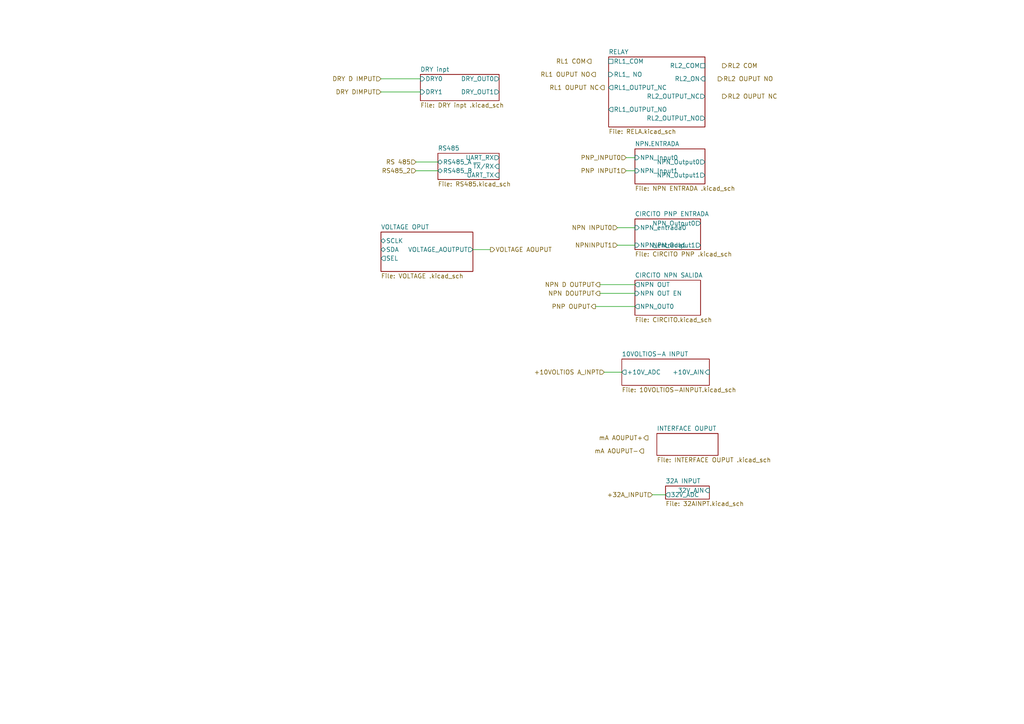
<source format=kicad_sch>
(kicad_sch
	(version 20250114)
	(generator "eeschema")
	(generator_version "9.0")
	(uuid "5f44e8b9-ac3c-412d-a0c5-f5ef20038034")
	(paper "A4")
	(lib_symbols)
	(wire
		(pts
			(xy 175.26 107.95) (xy 180.34 107.95)
		)
		(stroke
			(width 0)
			(type default)
		)
		(uuid "1121c936-2454-4dad-acda-a1c9d9c676ea")
	)
	(wire
		(pts
			(xy 120.65 49.53) (xy 127 49.53)
		)
		(stroke
			(width 0)
			(type default)
		)
		(uuid "15a78486-2bf0-43e3-9395-0e879c4a760f")
	)
	(wire
		(pts
			(xy 173.99 82.55) (xy 184.15 82.55)
		)
		(stroke
			(width 0)
			(type default)
		)
		(uuid "354ce49e-583c-41a9-a2ea-6b15765056dc")
	)
	(wire
		(pts
			(xy 189.23 143.51) (xy 193.04 143.51)
		)
		(stroke
			(width 0)
			(type default)
		)
		(uuid "3ae6fda5-9383-42cc-9a8f-ba4291118774")
	)
	(wire
		(pts
			(xy 120.65 46.99) (xy 127 46.99)
		)
		(stroke
			(width 0)
			(type default)
		)
		(uuid "3c827734-27b6-4ef6-a34d-c6563359a807")
	)
	(wire
		(pts
			(xy 181.61 49.53) (xy 184.15 49.53)
		)
		(stroke
			(width 0)
			(type default)
		)
		(uuid "4128eaa3-1a2f-4219-86a4-39a802e42b76")
	)
	(wire
		(pts
			(xy 137.16 72.39) (xy 142.24 72.39)
		)
		(stroke
			(width 0)
			(type default)
		)
		(uuid "4a4deb17-1159-4fdf-8868-31b8505574b4")
	)
	(wire
		(pts
			(xy 179.07 66.04) (xy 184.15 66.04)
		)
		(stroke
			(width 0)
			(type default)
		)
		(uuid "b19ea9dd-b54b-4dfb-be34-fcb94ede5186")
	)
	(wire
		(pts
			(xy 179.07 71.12) (xy 184.15 71.12)
		)
		(stroke
			(width 0)
			(type default)
		)
		(uuid "bab332f8-212c-448b-b327-a9ea1b75fd0b")
	)
	(wire
		(pts
			(xy 110.49 26.67) (xy 121.92 26.67)
		)
		(stroke
			(width 0)
			(type default)
		)
		(uuid "ccddb864-77ff-418f-bb83-63bfbdb89a3c")
	)
	(wire
		(pts
			(xy 181.61 45.72) (xy 184.15 45.72)
		)
		(stroke
			(width 0)
			(type default)
		)
		(uuid "d0159397-0374-4454-8ab1-1da72859c082")
	)
	(wire
		(pts
			(xy 110.49 22.86) (xy 121.92 22.86)
		)
		(stroke
			(width 0)
			(type default)
		)
		(uuid "de8bd9bb-0872-4e6a-8553-7d501357dab7")
	)
	(wire
		(pts
			(xy 173.99 85.09) (xy 184.15 85.09)
		)
		(stroke
			(width 0)
			(type default)
		)
		(uuid "e6d3b461-cd0f-4ea4-8688-ec1ab8e221af")
	)
	(wire
		(pts
			(xy 172.72 88.9) (xy 184.15 88.9)
		)
		(stroke
			(width 0)
			(type default)
		)
		(uuid "ecd94ff3-37be-4ac9-98b6-fc01d0debf9e")
	)
	(hierarchical_label "+32A­­­_INPUT"
		(shape input)
		(at 189.23 143.51 180)
		(effects
			(font
				(size 1.27 1.27)
			)
			(justify right)
		)
		(uuid "0bd4d9f4-ea3d-4ed0-9ce2-f50bd741fc27")
	)
	(hierarchical_label "mA AOUPUT+"
		(shape output)
		(at 187.96 127 180)
		(effects
			(font
				(size 1.27 1.27)
			)
			(justify right)
		)
		(uuid "113f7e10-bed0-40e3-b09a-cb94c0a6041c")
	)
	(hierarchical_label "PNP INPUT1"
		(shape input)
		(at 181.61 49.53 180)
		(effects
			(font
				(size 1.27 1.27)
			)
			(justify right)
		)
		(uuid "15a30110-248d-4cff-888c-b5489bd5b9b6")
	)
	(hierarchical_label "mA AOUPUT-"
		(shape output)
		(at 186.69 130.81 180)
		(effects
			(font
				(size 1.27 1.27)
			)
			(justify right)
		)
		(uuid "1cb1204d-97c3-417d-8e49-e30513365657")
	)
	(hierarchical_label "NPNINPUT1"
		(shape input)
		(at 179.07 71.12 180)
		(effects
			(font
				(size 1.27 1.27)
			)
			(justify right)
		)
		(uuid "2d8c5ac6-f5ee-4bf7-b455-a795b7ced41f")
	)
	(hierarchical_label "DRY DIMPUT"
		(shape input)
		(at 110.49 26.67 180)
		(effects
			(font
				(size 1.27 1.27)
			)
			(justify right)
		)
		(uuid "399bd328-ae80-423a-b335-9080bf615ed5")
	)
	(hierarchical_label "VOLTAGE AOUPUT"
		(shape output)
		(at 142.24 72.39 0)
		(effects
			(font
				(size 1.27 1.27)
			)
			(justify left)
		)
		(uuid "3d63dd72-5b38-4c4c-8ee5-6582fbccbf07")
	)
	(hierarchical_label "RL1 OUPUT NO"
		(shape output)
		(at 172.72 21.59 180)
		(effects
			(font
				(size 1.27 1.27)
			)
			(justify right)
		)
		(uuid "44d1cf0a-2f44-4d67-813c-a5135fe9139d")
	)
	(hierarchical_label "DRY D IMPUT"
		(shape input)
		(at 110.49 22.86 180)
		(effects
			(font
				(size 1.27 1.27)
			)
			(justify right)
		)
		(uuid "62a1b229-81ef-4d23-bfdd-29b7738234c8")
	)
	(hierarchical_label "RS 485"
		(shape input)
		(at 120.65 46.99 180)
		(effects
			(font
				(size 1.27 1.27)
			)
			(justify right)
		)
		(uuid "70f82a40-69a0-47d6-9372-54a03bb196a9")
	)
	(hierarchical_label "RS485_2"
		(shape input)
		(at 120.65 49.53 180)
		(effects
			(font
				(size 1.27 1.27)
			)
			(justify right)
		)
		(uuid "7c1c35b9-acf4-42e9-9535-79c472dccb22")
	)
	(hierarchical_label "PNP_INPUT0"
		(shape input)
		(at 181.61 45.72 180)
		(effects
			(font
				(size 1.27 1.27)
			)
			(justify right)
		)
		(uuid "7d463a24-f142-4ce1-844d-52b62f681a4a")
	)
	(hierarchical_label "RL2 COM"
		(shape output)
		(at 209.55 19.05 0)
		(effects
			(font
				(size 1.27 1.27)
			)
			(justify left)
		)
		(uuid "7ea6347b-3674-45ad-bc56-fd93603661f3")
	)
	(hierarchical_label "PNP OUPUT"
		(shape output)
		(at 172.72 88.9 180)
		(effects
			(font
				(size 1.27 1.27)
			)
			(justify right)
		)
		(uuid "8f0a59d0-a54e-4436-8136-a9a6163527b4")
	)
	(hierarchical_label "RL2 OUPUT NC"
		(shape output)
		(at 209.55 27.94 0)
		(effects
			(font
				(size 1.27 1.27)
			)
			(justify left)
		)
		(uuid "8f72ae58-ba12-4767-adfa-1b1d1f5f1834")
	)
	(hierarchical_label "NPN D OUTPUT"
		(shape output)
		(at 173.99 82.55 180)
		(effects
			(font
				(size 1.27 1.27)
			)
			(justify right)
		)
		(uuid "9aadec75-712c-4b4f-b650-9d30297a389b")
	)
	(hierarchical_label "RL1 COM"
		(shape output)
		(at 171.45 17.78 180)
		(effects
			(font
				(size 1.27 1.27)
			)
			(justify right)
		)
		(uuid "a1bae109-48d4-4ed1-b64e-d9d269160c9c")
	)
	(hierarchical_label "NPN INPUT0"
		(shape input)
		(at 179.07 66.04 180)
		(effects
			(font
				(size 1.27 1.27)
			)
			(justify right)
		)
		(uuid "cfb0462f-afe6-4524-ba51-2d93a0bf8b0c")
	)
	(hierarchical_label "NPN DOUTPUT"
		(shape output)
		(at 173.99 85.09 180)
		(effects
			(font
				(size 1.27 1.27)
			)
			(justify right)
		)
		(uuid "e3efe2f1-61ee-4353-8d87-2836ee8498f6")
	)
	(hierarchical_label "+10VOLTIOS A_INPT"
		(shape input)
		(at 175.26 107.95 180)
		(effects
			(font
				(size 1.27 1.27)
			)
			(justify right)
		)
		(uuid "eeb93388-36a9-47df-9bd6-b694573bd39a")
	)
	(hierarchical_label "RL1 OUPUT NC"
		(shape output)
		(at 175.26 25.4 180)
		(effects
			(font
				(size 1.27 1.27)
			)
			(justify right)
		)
		(uuid "f485108e-c115-4514-845c-ab71c6f4927f")
	)
	(hierarchical_label "RL2 OUPUT NO"
		(shape output)
		(at 208.28 22.86 0)
		(effects
			(font
				(size 1.27 1.27)
			)
			(justify left)
		)
		(uuid "f886ad01-89ce-49a6-997a-8c7f2bc92da5")
	)
	(sheet
		(at 184.15 63.5)
		(size 19.05 8.89)
		(exclude_from_sim no)
		(in_bom yes)
		(on_board yes)
		(dnp no)
		(fields_autoplaced yes)
		(stroke
			(width 0.1524)
			(type solid)
		)
		(fill
			(color 0 0 0 0.0000)
		)
		(uuid "0b840e84-445f-4269-8e34-2f6e940196f6")
		(property "Sheetname" "CIRCITO PNP ENTRADA"
			(at 184.15 62.7884 0)
			(effects
				(font
					(size 1.27 1.27)
				)
				(justify left bottom)
			)
		)
		(property "Sheetfile" "CIRCITO PNP .kicad_sch"
			(at 184.15 72.9746 0)
			(effects
				(font
					(size 1.27 1.27)
				)
				(justify left top)
			)
		)
		(pin "NPN_entrada0" input
			(at 184.15 66.04 180)
			(uuid "0dd42933-ed35-4130-a763-8a2534999b14")
			(effects
				(font
					(size 1.27 1.27)
				)
				(justify left)
			)
		)
		(pin "NPN_Output0" output
			(at 203.2 64.77 0)
			(uuid "29c2f57c-ee7b-426f-aceb-fb223b7fdc83")
			(effects
				(font
					(size 1.27 1.27)
				)
				(justify right)
			)
		)
		(pin "NPN_Output1" output
			(at 203.2 71.12 0)
			(uuid "3b0ee68b-35cb-482e-a31a-eb51f3af9ba0")
			(effects
				(font
					(size 1.27 1.27)
				)
				(justify right)
			)
		)
		(pin "NPN_entrada1" input
			(at 184.15 71.12 180)
			(uuid "26b80cde-5d3f-4df2-922c-3be865006e46")
			(effects
				(font
					(size 1.27 1.27)
				)
				(justify left)
			)
		)
		(instances
			(project "NIVARA"
				(path "/ff64f013-32cc-4b27-a03f-45a540688198/1d6a0d55-124c-4c27-8d03-8c1521f03c11"
					(page "4")
				)
			)
		)
	)
	(sheet
		(at 176.53 16.51)
		(size 27.94 20.32)
		(exclude_from_sim no)
		(in_bom yes)
		(on_board yes)
		(dnp no)
		(fields_autoplaced yes)
		(stroke
			(width 0.1524)
			(type solid)
		)
		(fill
			(color 0 0 0 0.0000)
		)
		(uuid "2b55c211-9cc0-461a-b9d9-533121d6e5f0")
		(property "Sheetname" "RELAY"
			(at 176.53 15.7984 0)
			(effects
				(font
					(size 1.27 1.27)
				)
				(justify left bottom)
			)
		)
		(property "Sheetfile" "RELA.kicad_sch"
			(at 176.53 37.4146 0)
			(effects
				(font
					(size 1.27 1.27)
				)
				(justify left top)
			)
		)
		(pin "RL1_COM" passive
			(at 176.53 17.78 180)
			(uuid "42d3d2c8-fe90-47db-b860-e6937274c9b5")
			(effects
				(font
					(size 1.27 1.27)
				)
				(justify left)
			)
		)
		(pin "RL1_ NO" input
			(at 176.53 21.59 180)
			(uuid "5bb865a4-25e3-4535-a2c3-e921e1e1e7d7")
			(effects
				(font
					(size 1.27 1.27)
				)
				(justify left)
			)
		)
		(pin "RL1_OUTPUT_NC" output
			(at 176.53 25.4 180)
			(uuid "895124eb-aad4-4b5a-8c61-6f68d9c73da3")
			(effects
				(font
					(size 1.27 1.27)
				)
				(justify left)
			)
		)
		(pin "RL1_OUTPUT_NO" output
			(at 176.53 31.75 180)
			(uuid "11d1699b-7b99-40e7-a8a5-1872233ef85d")
			(effects
				(font
					(size 1.27 1.27)
				)
				(justify left)
			)
		)
		(pin "RL2_COM" passive
			(at 204.47 19.05 0)
			(uuid "4d3295d6-a07e-45d0-a370-1854e56eb190")
			(effects
				(font
					(size 1.27 1.27)
				)
				(justify right)
			)
		)
		(pin "RL2_ON" input
			(at 204.47 22.86 0)
			(uuid "e4f77a0c-e255-4027-b13d-e0469c92e548")
			(effects
				(font
					(size 1.27 1.27)
				)
				(justify right)
			)
		)
		(pin "RL2_OUTPUT_NC" output
			(at 204.47 27.94 0)
			(uuid "2aa536ee-6088-4cb0-9f01-9ca466465899")
			(effects
				(font
					(size 1.27 1.27)
				)
				(justify right)
			)
		)
		(pin "RL2_OUTPUT_NO" output
			(at 204.47 34.29 0)
			(uuid "bb4b808e-88dc-4440-a233-e6aa6b18201f")
			(effects
				(font
					(size 1.27 1.27)
				)
				(justify right)
			)
		)
		(instances
			(project "NIVARA"
				(path "/ff64f013-32cc-4b27-a03f-45a540688198/1d6a0d55-124c-4c27-8d03-8c1521f03c11"
					(page "9")
				)
			)
		)
	)
	(sheet
		(at 180.34 104.14)
		(size 25.4 7.62)
		(exclude_from_sim no)
		(in_bom yes)
		(on_board yes)
		(dnp no)
		(fields_autoplaced yes)
		(stroke
			(width 0.1524)
			(type solid)
		)
		(fill
			(color 0 0 0 0.0000)
		)
		(uuid "30d5cb36-de6c-4949-a446-305c5d149a76")
		(property "Sheetname" "10VOLTIOS-A INPUT"
			(at 180.34 103.4284 0)
			(effects
				(font
					(size 1.27 1.27)
				)
				(justify left bottom)
			)
		)
		(property "Sheetfile" "10VOLTIOS-AINPUT.kicad_sch"
			(at 180.34 112.3446 0)
			(effects
				(font
					(size 1.27 1.27)
				)
				(justify left top)
			)
		)
		(pin "+10V_ADC" output
			(at 180.34 107.95 180)
			(uuid "c1dc0e2c-59de-4d8d-bb2b-883dc650fee3")
			(effects
				(font
					(size 1.27 1.27)
				)
				(justify left)
			)
		)
		(pin "+10V_AIN" input
			(at 205.74 107.95 0)
			(uuid "9045d05f-49b5-4354-b518-aea4548b3115")
			(effects
				(font
					(size 1.27 1.27)
				)
				(justify right)
			)
		)
		(instances
			(project "NIVARA"
				(path "/ff64f013-32cc-4b27-a03f-45a540688198/1d6a0d55-124c-4c27-8d03-8c1521f03c11"
					(page "6")
				)
			)
		)
	)
	(sheet
		(at 193.04 140.97)
		(size 12.7 3.81)
		(exclude_from_sim no)
		(in_bom yes)
		(on_board yes)
		(dnp no)
		(fields_autoplaced yes)
		(stroke
			(width 0.1524)
			(type solid)
		)
		(fill
			(color 0 0 0 0.0000)
		)
		(uuid "52db6a60-3bfc-4338-8bb3-9dfeda96bef5")
		(property "Sheetname" "32A INPUT"
			(at 193.04 140.2584 0)
			(effects
				(font
					(size 1.27 1.27)
				)
				(justify left bottom)
			)
		)
		(property "Sheetfile" "32AINPT.kicad_sch"
			(at 193.04 145.3646 0)
			(effects
				(font
					(size 1.27 1.27)
				)
				(justify left top)
			)
		)
		(pin "32V_ADC" output
			(at 193.04 143.51 180)
			(uuid "f52cf6d5-d07e-437f-9886-d85a45e441e4")
			(effects
				(font
					(size 1.27 1.27)
				)
				(justify left)
			)
		)
		(pin "32V_AIN" input
			(at 205.74 142.24 0)
			(uuid "45a095ea-f5cb-4107-a58c-cfd95cda07fe")
			(effects
				(font
					(size 1.27 1.27)
				)
				(justify right)
			)
		)
		(instances
			(project "NIVARA"
				(path "/ff64f013-32cc-4b27-a03f-45a540688198/1d6a0d55-124c-4c27-8d03-8c1521f03c11"
					(page "8")
				)
			)
		)
	)
	(sheet
		(at 190.5 125.73)
		(size 17.78 6.35)
		(exclude_from_sim no)
		(in_bom yes)
		(on_board yes)
		(dnp no)
		(fields_autoplaced yes)
		(stroke
			(width 0.1524)
			(type solid)
		)
		(fill
			(color 0 0 0 0.0000)
		)
		(uuid "79c918a9-f317-4d5f-bb9b-0b041458b822")
		(property "Sheetname" "INTERFACE OUPUT"
			(at 190.5 125.0184 0)
			(effects
				(font
					(size 1.27 1.27)
				)
				(justify left bottom)
			)
		)
		(property "Sheetfile" "INTERFACE OUPUT .kicad_sch"
			(at 190.5 132.6646 0)
			(effects
				(font
					(size 1.27 1.27)
				)
				(justify left top)
			)
		)
		(instances
			(project "NIVARA"
				(path "/ff64f013-32cc-4b27-a03f-45a540688198/1d6a0d55-124c-4c27-8d03-8c1521f03c11"
					(page "7")
				)
			)
		)
	)
	(sheet
		(at 184.15 81.28)
		(size 19.05 10.16)
		(exclude_from_sim no)
		(in_bom yes)
		(on_board yes)
		(dnp no)
		(fields_autoplaced yes)
		(stroke
			(width 0.1524)
			(type solid)
		)
		(fill
			(color 0 0 0 0.0000)
		)
		(uuid "89b3153c-b2a9-4f67-8561-8036a6b43d61")
		(property "Sheetname" "CIRCITO NPN SALIDA"
			(at 184.15 80.5684 0)
			(effects
				(font
					(size 1.27 1.27)
				)
				(justify left bottom)
			)
		)
		(property "Sheetfile" "CIRCITO.kicad_sch"
			(at 184.15 92.0246 0)
			(effects
				(font
					(size 1.27 1.27)
				)
				(justify left top)
			)
		)
		(pin "NPN OUT" output
			(at 184.15 82.55 180)
			(uuid "60c0ec01-80b5-4c69-9154-ac6ece474169")
			(effects
				(font
					(size 1.27 1.27)
				)
				(justify left)
			)
		)
		(pin "NPN OUT EN" input
			(at 184.15 85.09 180)
			(uuid "4b777723-0107-4dba-a674-ad35c4b5af23")
			(effects
				(font
					(size 1.27 1.27)
				)
				(justify left)
			)
		)
		(pin "NPN_OUT0" output
			(at 184.15 88.9 180)
			(uuid "c13f0f27-4242-4511-b59e-1922e82e7f6d")
			(effects
				(font
					(size 1.27 1.27)
				)
				(justify left)
			)
		)
		(instances
			(project "NIVARA"
				(path "/ff64f013-32cc-4b27-a03f-45a540688198/1d6a0d55-124c-4c27-8d03-8c1521f03c11"
					(page "4")
				)
			)
		)
	)
	(sheet
		(at 121.92 21.59)
		(size 22.86 7.62)
		(exclude_from_sim no)
		(in_bom yes)
		(on_board yes)
		(dnp no)
		(fields_autoplaced yes)
		(stroke
			(width 0.1524)
			(type solid)
		)
		(fill
			(color 0 0 0 0.0000)
		)
		(uuid "8cce6a96-91ca-4210-895a-ad14a4e1c924")
		(property "Sheetname" "DRY inpt"
			(at 121.92 20.8784 0)
			(effects
				(font
					(size 1.27 1.27)
				)
				(justify left bottom)
			)
		)
		(property "Sheetfile" "DRY inpt .kicad_sch"
			(at 121.92 29.7946 0)
			(effects
				(font
					(size 1.27 1.27)
				)
				(justify left top)
			)
		)
		(pin "DRY0" input
			(at 121.92 22.86 180)
			(uuid "f6277408-5179-42e4-8e94-12902398e515")
			(effects
				(font
					(size 1.27 1.27)
				)
				(justify left)
			)
		)
		(pin "DRY1" input
			(at 121.92 26.67 180)
			(uuid "4fc95a20-0ad8-4f92-b33b-bd017ee4fc81")
			(effects
				(font
					(size 1.27 1.27)
				)
				(justify left)
			)
		)
		(pin "DRY_OUT0" output
			(at 144.78 22.86 0)
			(uuid "3d874318-84ec-4cf3-8ffc-9d40f068ff10")
			(effects
				(font
					(size 1.27 1.27)
				)
				(justify right)
			)
		)
		(pin "DRY_OUT1" output
			(at 144.78 26.67 0)
			(uuid "65367351-6bee-4ef6-a139-ae419710218e")
			(effects
				(font
					(size 1.27 1.27)
				)
				(justify right)
			)
		)
		(instances
			(project "NIVARA"
				(path "/ff64f013-32cc-4b27-a03f-45a540688198/1d6a0d55-124c-4c27-8d03-8c1521f03c11"
					(page "10")
				)
			)
		)
	)
	(sheet
		(at 110.49 67.31)
		(size 26.67 11.43)
		(exclude_from_sim no)
		(in_bom yes)
		(on_board yes)
		(dnp no)
		(fields_autoplaced yes)
		(stroke
			(width 0.1524)
			(type solid)
		)
		(fill
			(color 0 0 0 0.0000)
		)
		(uuid "c2cdf35d-58b0-43d9-97b8-dc4a39c93f3d")
		(property "Sheetname" "VOLTAGE OPUT"
			(at 110.49 66.5984 0)
			(effects
				(font
					(size 1.27 1.27)
				)
				(justify left bottom)
			)
		)
		(property "Sheetfile" "VOLTAGE .kicad_sch"
			(at 110.49 79.3246 0)
			(effects
				(font
					(size 1.27 1.27)
				)
				(justify left top)
			)
		)
		(pin "SCLK" bidirectional
			(at 110.49 69.85 180)
			(uuid "382ca7fe-8c00-436a-96c6-1091539ce82b")
			(effects
				(font
					(size 1.27 1.27)
				)
				(justify left)
			)
		)
		(pin "SDA" bidirectional
			(at 110.49 72.39 180)
			(uuid "0d513367-c3ce-4c9e-a8ce-b04e8d1fb882")
			(effects
				(font
					(size 1.27 1.27)
				)
				(justify left)
			)
		)
		(pin "SEL" output
			(at 110.49 74.93 180)
			(uuid "857e03f1-da34-4822-9e2a-ae7fd2d21087")
			(effects
				(font
					(size 1.27 1.27)
				)
				(justify left)
			)
		)
		(pin "VOLTAGE_AOUTPUT" output
			(at 137.16 72.39 0)
			(uuid "c53e96b0-0be7-4ebd-8a0d-34ef293344f9")
			(effects
				(font
					(size 1.27 1.27)
				)
				(justify right)
			)
		)
		(instances
			(project "NIVARA"
				(path "/ff64f013-32cc-4b27-a03f-45a540688198/1d6a0d55-124c-4c27-8d03-8c1521f03c11"
					(page "12")
				)
			)
		)
	)
	(sheet
		(at 127 44.45)
		(size 17.78 7.62)
		(exclude_from_sim no)
		(in_bom yes)
		(on_board yes)
		(dnp no)
		(fields_autoplaced yes)
		(stroke
			(width 0.1524)
			(type solid)
		)
		(fill
			(color 0 0 0 0.0000)
		)
		(uuid "df094137-0c9d-4e9c-ba22-2809a3cb8c18")
		(property "Sheetname" "RS485"
			(at 127 43.7384 0)
			(effects
				(font
					(size 1.27 1.27)
				)
				(justify left bottom)
			)
		)
		(property "Sheetfile" "RS485.kicad_sch"
			(at 127 52.6546 0)
			(effects
				(font
					(size 1.27 1.27)
				)
				(justify left top)
			)
		)
		(pin "RS485_A" bidirectional
			(at 127 46.99 180)
			(uuid "8622d623-b10d-4829-88a1-cdd3c39ad2b0")
			(effects
				(font
					(size 1.27 1.27)
				)
				(justify left)
			)
		)
		(pin "RS485_B" bidirectional
			(at 127 49.53 180)
			(uuid "87d53a1d-f92e-437d-aafa-cfb661740edd")
			(effects
				(font
					(size 1.27 1.27)
				)
				(justify left)
			)
		)
		(pin "UART_RX" output
			(at 144.78 45.72 0)
			(uuid "15013394-1d81-4937-9ad3-360da1e00c5f")
			(effects
				(font
					(size 1.27 1.27)
				)
				(justify right)
			)
		)
		(pin "UART_TX" input
			(at 144.78 50.8 0)
			(uuid "b4dea2a5-9556-40fd-a47c-9da424fb0647")
			(effects
				(font
					(size 1.27 1.27)
				)
				(justify right)
			)
		)
		(pin "~{TX}{slash}RX" input
			(at 144.78 48.26 0)
			(uuid "10f8f95e-594e-4181-8f21-d933a99b56a3")
			(effects
				(font
					(size 1.27 1.27)
				)
				(justify right)
			)
		)
		(instances
			(project "NIVARA"
				(path "/ff64f013-32cc-4b27-a03f-45a540688198/1d6a0d55-124c-4c27-8d03-8c1521f03c11"
					(page "11")
				)
			)
		)
	)
	(sheet
		(at 184.15 43.18)
		(size 20.32 10.16)
		(exclude_from_sim no)
		(in_bom yes)
		(on_board yes)
		(dnp no)
		(fields_autoplaced yes)
		(stroke
			(width 0.1524)
			(type solid)
		)
		(fill
			(color 0 0 0 0.0000)
		)
		(uuid "f6cf21ea-bdca-4f61-a664-400b44b3b599")
		(property "Sheetname" "NPN.ENTRADA"
			(at 184.15 42.4684 0)
			(effects
				(font
					(size 1.27 1.27)
				)
				(justify left bottom)
			)
		)
		(property "Sheetfile" "NPN ENTRADA .kicad_sch"
			(at 184.15 53.9246 0)
			(effects
				(font
					(size 1.27 1.27)
				)
				(justify left top)
			)
		)
		(pin "NPN_Input0" input
			(at 184.15 45.72 180)
			(uuid "387f2bfe-f84c-4dc1-9eac-01a99c927c93")
			(effects
				(font
					(size 1.27 1.27)
				)
				(justify left)
			)
		)
		(pin "NPN_Input1" input
			(at 184.15 49.53 180)
			(uuid "b143a616-331a-4e4a-8a47-7619a79d6a63")
			(effects
				(font
					(size 1.27 1.27)
				)
				(justify left)
			)
		)
		(pin "NPN_Output0" output
			(at 204.47 46.99 0)
			(uuid "2d9dab86-53fc-4542-b821-bad25120f8f7")
			(effects
				(font
					(size 1.27 1.27)
				)
				(justify right)
			)
		)
		(pin "NPN_Output1" output
			(at 204.47 50.8 0)
			(uuid "e8828f87-7f47-4407-b142-9ec7e332b0ef")
			(effects
				(font
					(size 1.27 1.27)
				)
				(justify right)
			)
		)
		(instances
			(project "NIVARA"
				(path "/ff64f013-32cc-4b27-a03f-45a540688198/1d6a0d55-124c-4c27-8d03-8c1521f03c11"
					(page "5")
				)
			)
		)
	)
)

</source>
